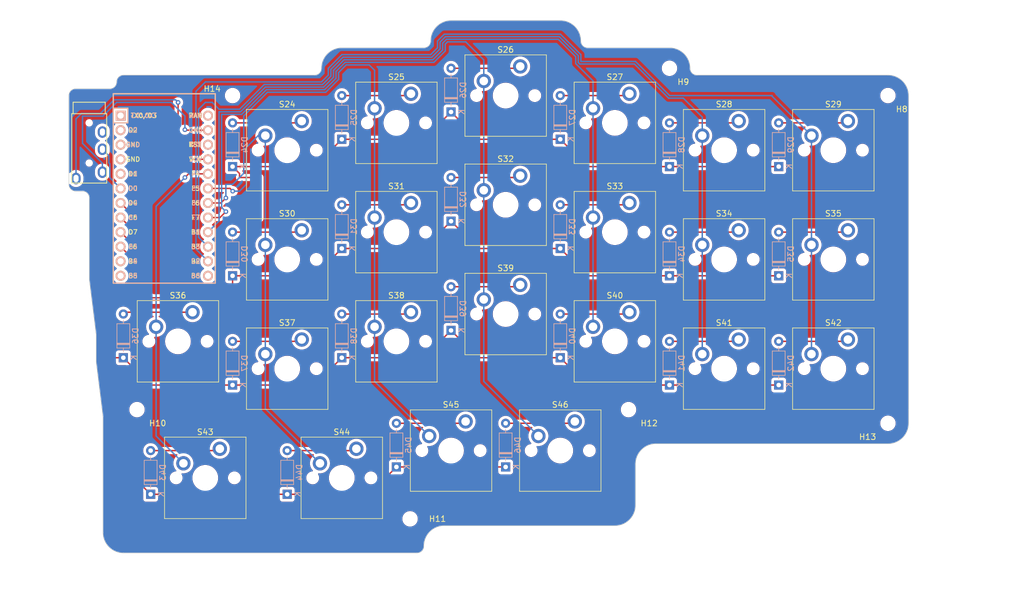
<source format=kicad_pcb>
(kicad_pcb (version 20221018) (generator pcbnew)
  (layers (0 "F.Cu" signal) (31 "B.Cu" signal) (34 "B.Paste" user) (35 "F.Paste" user) (36 "B.SilkS" user "B.Silkscreen") (37 "F.SilkS" user "F.Silkscreen") (38 "B.Mask" user) (39 "F.Mask" user) (44 "Edge.Cuts" user))
  (net 0 "")
  (net 1 "row_R0")
  (net 2 "Net-(D24-A)")
  (net 3 "Net-(D25-A)")
  (net 4 "Net-(D26-A)")
  (net 5 "Net-(D27-A)")
  (net 6 "Net-(D28-A)")
  (net 7 "Net-(D29-A)")
  (net 8 "row_R1")
  (net 9 "Net-(D30-A)")
  (net 10 "Net-(D31-A)")
  (net 11 "Net-(D32-A)")
  (net 12 "Net-(D33-A)")
  (net 13 "Net-(D34-A)")
  (net 14 "Net-(D35-A)")
  (net 15 "row_R2")
  (net 16 "Net-(D36-A)")
  (net 17 "Net-(D37-A)")
  (net 18 "Net-(D38-A)")
  (net 19 "Net-(D39-A)")
  (net 20 "Net-(D40-A)")
  (net 21 "Net-(D41-A)")
  (net 22 "Net-(D42-A)")
  (net 23 "row_R3")
  (net 24 "Net-(D43-A)")
  (net 25 "Net-(D44-A)")
  (net 26 "Net-(D45-A)")
  (net 27 "Net-(D46-A)")
  (net 28 "col_R1")
  (net 29 "col_R2")
  (net 30 "col_R3")
  (net 31 "col_R4")
  (net 32 "col_R5")
  (net 33 "col_R6")
  (net 34 "col_R0")
  (net 40 "SCL_R")
  (net 44 "VCC_R")
  (net 46 "GND_R")
  (footprint "ScottoKeebs_MX:MX_PCB_1.00u" (layer "F.Cu") (at 152.479375 54.76875)
    (fp_text reference "S32")
    (fp_text value "Keyswitch")
  )
  (footprint "ScottoKeebs_MX:MX_PCB_1.00u" (layer "F.Cu") (at 209.629375 64.29375)
    (fp_text reference "S35")
    (fp_text value "Keyswitch")
  )
  (footprint "ScottoKeebs_MX:MX_PCB_1.00u" (layer "F.Cu") (at 152.479375 35.71875)
    (fp_text reference "S26")
    (fp_text value "Keyswitch")
  )
  (footprint "ScottoKeebs_MX:MX_PCB_1.00u" (layer "F.Cu") (at 152.479375 73.81875)
    (fp_text reference "S39")
    (fp_text value "Keyswitch")
  )
  (footprint "ScottoKeebs_MX:MX_PCB_1.50u" (layer "F.Cu") (at 100.091875 102.39375)
    (fp_text reference "S43")
    (fp_text value "Keyswitch")
  )
  (footprint "MountingHole:MountingHole_2.2mm_M2" (layer "F.Cu") (at 88.185625 90.4875)
    (fp_text reference "H10")
    (fp_text value "Mounting_Hole")
  )
  (footprint "ScottoKeebs_Components:TRRS_PJ-320A" (layer "F.Cu") (at 79.85125 38.88125)
    (fp_text reference "U4")
    (fp_text value "TRRS")
  )
  (footprint "MountingHole:MountingHole_2.2mm_M2" (layer "F.Cu") (at 219.154375 92.86875)
    (fp_text reference "H13")
    (fp_text value "Mounting_Hole")
  )
  (footprint "MountingHole:MountingHole_2.2mm_M2" (layer "F.Cu") (at 219.154375 35.71875)
    (fp_text reference "H8")
    (fp_text value "Mounting_Hole")
  )
  (footprint "ScottoKeebs_MX:MX_PCB_1.00u" (layer "F.Cu") (at 190.579375 64.29375)
    (fp_text reference "S34")
    (fp_text value "Keyswitch")
  )
  (footprint "ScottoKeebs_MX:MX_PCB_1.00u" (layer "F.Cu") (at 114.379375 64.29375)
    (fp_text reference "S30")
    (fp_text value "Keyswitch")
  )
  (footprint "ScottoKeebs_MX:MX_PCB_1.00u" (layer "F.Cu") (at 190.579375 45.24375)
    (fp_text reference "S28")
    (fp_text value "Keyswitch")
  )
  (footprint "ScottoKeebs_MX:MX_PCB_1.00u" (layer "F.Cu") (at 142.954375 97.63125)
    (fp_text reference "S45")
    (fp_text value "Keyswitch")
  )
  (footprint "ScottoKeebs_MX:MX_PCB_1.00u" (layer "F.Cu") (at 190.579375 83.34375)
    (fp_text reference "S41")
    (fp_text value "Keyswitch")
  )
  (footprint "ScottoKeebs_MX:MX_PCB_1.00u" (layer "F.Cu") (at 209.629375 45.24375)
    (fp_text reference "S29")
    (fp_text value "Keyswitch")
  )
  (footprint "ScottoKeebs_MX:MX_PCB_1.00u" (layer "F.Cu") (at 123.904375 102.39375)
    (fp_text reference "S44")
    (fp_text value "Keyswitch")
  )
  (footprint "MountingHole:MountingHole_2.2mm_M2" (layer "F.Cu") (at 181.054375 30.95625)
    (fp_text reference "H9")
    (fp_text value "Mounting_Hole")
  )
  (footprint "ScottoKeebs_MX:MX_PCB_1.00u" (layer "F.Cu") (at 162.004375 97.63125)
    (fp_text reference "S46")
    (fp_text value "Keyswitch")
  )
  (footprint "ScottoKeebs_MX:MX_PCB_1.00u" (layer "F.Cu") (at 209.629375 83.34375)
    (fp_text reference "S42")
    (fp_text value "Keyswitch")
  )
  (footprint "ScottoKeebs_MX:MX_PCB_1.00u" (layer "F.Cu") (at 171.529375 78.58125)
    (fp_text reference "S40")
    (fp_text value "Keyswitch")
  )
  (footprint "ScottoKeebs_MX:MX_PCB_1.00u" (layer "F.Cu") (at 114.379375 83.34375)
    (fp_text reference "S37")
    (fp_text value "Keyswitch")
  )
  (footprint "ScottoKeebs_MX:MX_PCB_1.00u" (layer "F.Cu") (at 114.379375 45.24375)
    (fp_text reference "S24")
    (fp_text value "Keyswitch")
  )
  (footprint "ScottoKeebs_MX:MX_PCB_1.00u" (layer "F.Cu") (at 133.429375 40.48125)
    (fp_text reference "S25")
    (fp_text value "Keyswitch")
  )
  (footprint "MountingHole:MountingHole_2.2mm_M2" (layer "F.Cu") (at 135.810625 109.5375)
    (fp_text reference "H11")
    (fp_text value "Mounting_Hole")
  )
  (footprint "ScottoKeebs_MX:MX_PCB_1.00u" (layer "F.Cu") (at 171.529375 59.53125)
    (fp_text reference "S33")
    (fp_text value "Keyswitch")
  )
  (footprint "ScottoKeebs_MX:MX_PCB_1.00u" (layer "F.Cu") (at 133.429375 78.58125)
    (fp_text reference "S38")
    (fp_text value "Keyswitch")
  )
  (footprint "ScottoKeebs_MX:MX_PCB_1.00u" (layer "F.Cu") (at 95.329375 78.58125)
    (fp_text reference "S36")
    (fp_text value "Keyswitch")
  )
  (footprint "ScottoKeebs_MX:MX_PCB_1.00u" (layer "F.Cu") (at 133.429375 59.53125)
    (fp_text reference "S31")
    (fp_text value "Keyswitch")
  )
  (footprint "ScottoKeebs_MX:MX_PCB_1.00u" (layer "F.Cu") (at 171.529375 40.48125)
    (fp_text reference "S27")
    (fp_text value "Keyswitch")
  )
  (footprint "ScottoKeebs_MCU:Arduino_Pro_Micro" (layer "F.Cu") (at 92.948125 53.18125)
    (fp_text reference "U2" hide)
    (fp_text value "Arduino_Pro_Micro" hide)
  )
  (footprint "MountingHole:MountingHole_2.2mm_M2" (layer "F.Cu") (at 173.910625 90.4875)
    (fp_text reference "H12")
    (fp_text value "Mounting_Hole")
  )
  (footprint "MountingHole:MountingHole_2.2mm_M2" (layer "F.Cu") (at 104.854375 35.71875)
    (fp_text reference "H14")
    (fp_text value "Mounting_Hole")
  )
  (footprint "ScottoKeebs_Components:Diode_DO-35" (layer "B.Cu") (at 114.379375 105.25125 90)
    (fp_text reference "D44")
    (fp_text value "Diode")
  )
  (footprint "ScottoKeebs_Components:Diode_DO-35" (layer "B.Cu") (at 142.954375 38.57625 90)
    (fp_text reference "D26")
    (fp_text value "Diode")
  )
  (footprint "ScottoKeebs_Components:Diode_DO-35" (layer "B.Cu") (at 181.054375 48.10125 90)
    (fp_text reference "D28")
    (fp_text value "Diode")
  )
  (footprint "ScottoKeebs_Components:Diode_DO-35" (layer "B.Cu") (at 123.904375 43.33875 90)
    (fp_text reference "D25")
    (fp_text value "Diode")
  )
  (footprint "ScottoKeebs_Components:Diode_DO-35" (layer "B.Cu") (at 200.104375 67.15125 90)
    (fp_text reference "D35")
    (fp_text value "Diode")
  )
  (footprint "ScottoKeebs_Components:Diode_DO-35" (layer "B.Cu") (at 162.004375 43.33875 90)
    (fp_text reference "D27")
    (fp_text value "Diode")
  )
  (footprint "ScottoKeebs_Components:Diode_DO-35" (layer "B.Cu") (at 181.054375 67.15125 90)
    (fp_text reference "D34")
    (fp_text value "Diode")
  )
  (footprint "ScottoKeebs_Components:Diode_DO-35" (layer "B.Cu") (at 133.429375 100.48875 90)
    (fp_text reference "D45")
    (fp_text value "Diode")
  )
  (footprint "ScottoKeebs_Components:Diode_DO-35" (layer "B.Cu") (at 142.954375 76.67625 90)
    (fp_text reference "D39")
    (fp_text value "Diode")
  )
  (footprint "ScottoKeebs_Components:Diode_DO-35" (layer "B.Cu") (at 104.854375 86.20125 90)
    (fp_text reference "D37")
    (fp_text value "Diode")
  )
  (footprint "ScottoKeebs_Components:Diode_DO-35" (layer "B.Cu") (at 152.479375 100.48875 90)
    (fp_text reference "D46")
    (fp_text value "Diode")
  )
  (footprint "ScottoKeebs_Components:Diode_DO-35" (layer "B.Cu") (at 162.004375 81.43875 90)
    (fp_text reference "D40")
    (fp_text value "Diode")
  )
  (footprint "ScottoKeebs_Components:Diode_DO-35" (layer "B.Cu") (at 123.904375 62.38875 90)
    (fp_text reference "D31")
    (fp_text value "Diode")
  )
  (footprint "ScottoKeebs_Components:Diode_DO-35" (layer "B.Cu") (at 200.104375 86.20125 90)
    (fp_text reference "D42")
    (fp_text value "Diode")
  )
  (footprint "ScottoKeebs_Components:Diode_DO-35" (layer "B.Cu") (at 85.804375 81.43875 90)
    (fp_text reference "D36")
    (fp_text value "Diode")
  )
  (footprint "ScottoKeebs_Components:Diode_DO-35" (layer "B.Cu") (at 162.004375 62.38875 90)
    (fp_text reference "D33")
    (fp_text value "Diode")
  )
  (footprint "ScottoKeebs_Components:Diode_DO-35" (layer "B.Cu") (at 104.854375 67.15125 90)
    (fp_text reference "D30")
    (fp_text value "Diode")
  )
  (footprint "ScottoKeebs_Components:Diode_DO-35" (layer "B.Cu") (at 123.904375 81.43875 90)
    (fp_text reference "D38")
    (fp_text value "Diode")
  )
  (footprint "ScottoKeebs_Components:Diode_DO-35" (layer "B.Cu") (at 142.954375 57.62625 90)
    (fp_text reference "D32")
    (fp_text value "Diode")
  )
  (footprint "ScottoKeebs_Components:Diode_DO-35" (layer "B.Cu") (at 181.054375 86.20125 90)
    (fp_text reference "D41")
    (fp_text value "Diode")
  )
  (footprint "ScottoKeebs_Components:Diode_DO-35" (layer "B.Cu") (at 90.566875 105.25125 90)
    (fp_text reference "D43")
    (fp_text value "Diode")
  )
  (footprint "ScottoKeebs_Components:Diode_DO-35" (layer "B.Cu") (at 104.854375 48.10125 90)
    (fp_text reference "D24")
    (fp_text value "Diode")
  )
  (footprint "ScottoKeebs_Components:Diode_DO-35" (layer "B.Cu") (at 200.104375 48.10125 90)
    (fp_text reference "D29")
    (fp_text value "Diode")
  )
  (gr_line (start 85.827888 32.146875) (end 119.165388 32.146875) (stroke (width 0.1)) (layer "Edge.Cuts"))
  (gr_line (start 76.302888 41.671875) (end 76.302888 35.71875) (stroke (width 0.1)) (layer "Edge.Cuts"))
  (gr_line (start 222.749763 90.4875) (end 222.749763 35.71875) (stroke (width 0.1)) (layer "Edge.Cuts"))
  (gr_line (start 76.302888 41.671875) (end 76.302888 51.196875) (stroke (width 0.1)) (layer "Edge.Cuts"))
  (gr_line (start 175.124763 107.15625) (end 175.124763 100.0125) (stroke (width 0.1)) (layer "Edge.Cuts"))
  (gr_arc (start 175.124763 100.0125) (mid 176.17096 97.486844) (end 178.696638 96.440625) (stroke (width 0.1)) (layer "Edge.Cuts"))
  (gr_line (start 82.256013 91.678125) (end 81.065388 82.153125) (stroke (width 0.1)) (layer "Edge.Cuts"))
  (gr_arc (start 138.215388 114.3) (mid 139.261551 111.774288) (end 141.787263 110.728125) (stroke (width 0.1)) (layer "Edge.Cuts"))
  (gr_arc (start 85.827888 115.490625) (mid 83.302207 114.444438) (end 82.256013 111.91875) (stroke (width 0.1)) (layer "Edge.Cuts"))
  (gr_line (start 77.493513 34.528125) (end 83.446638 34.528125) (stroke (width 0.1)) (layer "Edge.Cuts"))
  (gr_arc (start 78.684138 52.3875) (mid 79.52603 52.736233) (end 79.874763 53.578125) (stroke (width 0.1)) (layer "Edge.Cuts"))
  (gr_arc (start 219.177888 32.146875) (mid 221.703601 33.193044) (end 222.749763 35.71875) (stroke (width 0.1)) (layer "Edge.Cuts"))
  (gr_line (start 81.065388 77.390625) (end 79.874763 67.865625) (stroke (width 0.1)) (layer "Edge.Cuts"))
  (gr_arc (start 138.215388 114.3) (mid 137.866647 115.141884) (end 137.024763 115.490625) (stroke (width 0.1)) (layer "Edge.Cuts"))
  (gr_line (start 142.977888 22.621875) (end 162.027888 22.621875) (stroke (width 0.1)) (layer "Edge.Cuts"))
  (gr_line (start 185.840388 32.146875) (end 219.177888 32.146875) (stroke (width 0.1)) (layer "Edge.Cuts"))
  (gr_arc (start 162.027888 22.621875) (mid 164.553601 23.668044) (end 165.599763 26.19375) (stroke (width 0.1)) (layer "Edge.Cuts"))
  (gr_arc (start 139.406013 26.19375) (mid 139.057285 27.03564) (end 138.215388 27.384375) (stroke (width 0.1)) (layer "Edge.Cuts"))
  (gr_arc (start 77.493513 52.3875) (mid 76.651605 52.038776) (end 76.302888 51.196875) (stroke (width 0.1)) (layer "Edge.Cuts"))
  (gr_line (start 123.927888 27.384375) (end 126.309138 27.384375) (stroke (width 0.1)) (layer "Edge.Cuts"))
  (gr_line (start 85.827888 115.490625) (end 137.024763 115.490625) (stroke (width 0.1)) (layer "Edge.Cuts"))
  (gr_line (start 141.787263 110.728125) (end 171.552888 110.728125) (stroke (width 0.1)) (layer "Edge.Cuts"))
  (gr_arc (start 181.077888 27.384375) (mid 183.603601 28.430544) (end 184.649763 30.95625) (stroke (width 0.1)) (layer "Edge.Cuts"))
  (gr_line (start 77.493513 52.3875) (end 78.684138 52.3875) (stroke (width 0.1)) (layer "Edge.Cuts"))
  (gr_line (start 82.256013 91.678125) (end 82.256013 111.91875) (stroke (width 0.1)) (layer "Edge.Cuts"))
  (gr_line (start 126.309138 27.384375) (end 138.215388 27.384375) (stroke (width 0.1)) (layer "Edge.Cuts"))
  (gr_arc (start 76.302888 35.71875) (mid 76.651643 34.87688) (end 77.493513 34.528125) (stroke (width 0.1)) (layer "Edge.Cuts"))
  (gr_arc (start 84.637263 33.3375) (mid 84.288521 34.179376) (end 83.446638 34.528125) (stroke (width 0.1)) (layer "Edge.Cuts"))
  (gr_line (start 181.077888 96.440625) (end 219.177888 96.440625) (stroke (width 0.1)) (layer "Edge.Cuts"))
  (gr_arc (start 120.356013 30.95625) (mid 121.402189 28.430544) (end 123.927888 27.384375) (stroke (width 0.1)) (layer "Edge.Cuts"))
  (gr_line (start 166.790388 27.384375) (end 181.077888 27.384375) (stroke (width 0.1)) (layer "Edge.Cuts"))
  (gr_arc (start 222.749763 92.86875) (mid 221.703584 95.394438) (end 219.177888 96.440625) (stroke (width 0.1)) (layer "Edge.Cuts"))
  (gr_line (start 222.749763 92.86875) (end 222.749763 90.4875) (stroke (width 0.1)) (layer "Edge.Cuts"))
  (gr_arc (start 185.840388 32.146875) (mid 184.998505 31.79814) (end 184.649763 30.95625) (stroke (width 0.1)) (layer "Edge.Cuts"))
  (gr_line (start 79.874763 53.578125) (end 79.874763 67.865625) (stroke (width 0.1)) (layer "Edge.Cuts"))
  (gr_arc (start 84.637263 33.3375) (mid 84.985976 32.495595) (end 85.827888 32.146875) (stroke (width 0.1)) (layer "Edge.Cuts"))
  (gr_arc (start 120.356013 30.95625) (mid 120.007285 31.79814) (end 119.165388 32.146875) (stroke (width 0.1)) (layer "Edge.Cuts"))
  (gr_arc (start 139.406013 26.19375) (mid 140.452189 23.668044) (end 142.977888 22.621875) (stroke (width 0.1)) (layer "Edge.Cuts"))
  (gr_line (start 178.696638 96.440625) (end 181.077888 96.440625) (stroke (width 0.1)) (layer "Edge.Cuts"))
  (gr_line (start 81.065388 82.153125) (end 81.065388 77.390625) (stroke (width 0.1)) (layer "Edge.Cuts"))
  (gr_arc (start 166.790388 27.384375) (mid 165.948505 27.03564) (end 165.599763 26.19375) (stroke (width 0.1)) (layer "Edge.Cuts"))
  (gr_arc (start 175.124763 107.15625) (mid 174.078584 109.681938) (end 171.552888 110.728125) (stroke (width 0.1)) (layer "Edge.Cuts"))
  (segment (start 102.31375 59.714138) (end 104.877888 57.15) (width 0.25) (layer "F.Cu") (net 1))
  (segment (start 88.368513 68.579229) (end 90.776784 70.9875) (width 0.25) (layer "F.Cu") (net 1))
  (segment (start 181.054375 48.10125) (end 166.766875 48.10125) (width 0.25) (layer "F.Cu") (net 1))
  (segment (start 138.191875 43.33875) (end 123.904375 43.33875) (width 0.25) (layer "F.Cu") (net 1))
  (segment (start 102.31375 70.9875) (end 102.31375 59.714138) (width 0.25) (layer "F.Cu") (net 1))
  (segment (start 104.877888 57.15) (end 109.640388 57.15) (width 0.25) (layer "F.Cu") (net 1))
  (segment (start 85.328125 54.45125) (end 88.368513 57.491638) (width 0.25) (layer "F.Cu") (net 1))
  (segment (start 109.640388 57.15) (end 109.640388 50.00625) (width 0.25) (layer "F.Cu") (net 1))
  (segment (start 109.640388 50.00625) (end 106.068513 50.00625) (width 0.25) (layer "F.Cu") (net 1))
  (segment (start 147.716875 43.33875) (end 142.954375 38.57625) (width 0.25) (layer "F.Cu") (net 1))
  (segment (start 142.954375 38.57625) (end 138.191875 43.33875) (width 0.25) (layer "F.Cu") (net 1))
  (segment (start 200.104375 48.10125) (end 181.054375 48.10125) (width 0.25) (layer "F.Cu") (net 1))
  (segment (start 106.068513 49.315388) (end 104.854375 48.10125) (width 0.25) (layer "F.Cu") (net 1))
  (segment (start 166.766875 48.10125) (end 162.004375 43.33875) (width 0.25) (layer "F.Cu") (net 1))
  (segment (start 88.368513 57.491638) (end 88.368513 68.579229) (width 0.25) (layer "F.Cu") (net 1))
  (segment (start 162.004375 43.33875) (end 147.716875 43.33875) (width 0.25) (layer "F.Cu") (net 1))
  (segment (start 123.904375 43.33875) (end 119.141875 48.10125) (width 0.25) (layer "F.Cu") (net 1))
  (segment (start 106.068513 50.00625) (end 106.068513 49.315388) (width 0.25) (layer "F.Cu") (net 1))
  (segment (start 90.776784 70.9875) (end 102.31375 70.9875) (width 0.25) (layer "F.Cu") (net 1))
  (segment (start 119.141875 48.10125) (end 104.854375 48.10125) (width 0.25) (layer "F.Cu") (net 1))
  (segment (start 116.601875 40.48125) (end 116.919375 40.16375) (width 0.25) (layer "F.Cu") (net 2))
  (segment (start 104.854375 40.48125) (end 116.601875 40.48125) (width 0.25) (layer "F.Cu") (net 2))
  (segment (start 135.651875 35.71875) (end 135.969375 35.40125) (width 0.25) (layer "F.Cu") (net 3))
  (segment (start 123.904375 35.71875) (end 135.651875 35.71875) (width 0.25) (layer "F.Cu") (net 3))
  (segment (start 154.701875 30.95625) (end 155.019375 30.63875) (width 0.25) (layer "F.Cu") (net 4))
  (segment (start 142.954375 30.95625) (end 154.701875 30.95625) (width 0.25) (layer "F.Cu") (net 4))
  (segment (start 173.751875 35.71875) (end 174.069375 35.40125) (width 0.25) (layer "F.Cu") (net 5))
  (segment (start 162.004375 35.71875) (end 173.751875 35.71875) (width 0.25) (layer "F.Cu") (net 5))
  (segment (start 192.801875 40.48125) (end 193.119375 40.16375) (width 0.25) (layer "F.Cu") (net 6))
  (segment (start 181.054375 40.48125) (end 192.801875 40.48125) (width 0.25) (layer "F.Cu") (net 6))
  (segment (start 200.104375 40.48125) (end 211.851875 40.48125) (width 0.25) (layer "F.Cu") (net 7))
  (segment (start 211.851875 40.48125) (end 212.169375 40.16375) (width 0.25) (layer "F.Cu") (net 7))
  (segment (start 104.877888 71.4375) (end 90.590388 71.4375) (width 0.25) (layer "F.Cu") (net 8))
  (segment (start 181.054375 67.15125) (end 166.766875 67.15125) (width 0.25) (layer "F.Cu") (net 8))
  (segment (start 166.766875 67.15125) (end 162.004375 62.38875) (width 0.25) (layer "F.Cu") (net 8))
  (segment (start 119.141875 67.15125) (end 104.854375 67.15125) (width 0.25) (layer "F.Cu") (net 8))
  (segment (start 87.918513 59.581638) (end 85.328125 56.99125) (width 0.25) (layer "F.Cu") (net 8))
  (segment (start 104.854375 67.15125) (end 104.854375 71.413987) (width 0.25) (layer "F.Cu") (net 8))
  (segment (start 104.854375 71.413987) (end 104.877888 71.4375) (width 0.25) (layer "F.Cu") (net 8))
  (segment (start 162.004375 62.38875) (end 147.716875 62.38875) (width 0.25) (layer "F.Cu") (net 8))
  (segment (start 123.904375 62.38875) (end 119.141875 67.15125) (width 0.25) (layer "F.Cu") (net 8))
  (segment (start 200.104375 67.15125) (end 181.054375 67.15125) (width 0.25) (layer "F.Cu") (net 8))
  (segment (start 142.954375 57.62625) (end 138.191875 62.38875) (width 0.25) (layer "F.Cu") (net 8))
  (segment (start 87.918513 68.765625) (end 87.918513 59.581638) (width 0.25) (layer "F.Cu") (net 8))
  (segment (start 147.716875 62.38875) (end 142.954375 57.62625) (width 0.25) (layer "F.Cu") (net 8))
  (segment (start 138.191875 62.38875) (end 123.904375 62.38875) (width 0.25) (layer "F.Cu") (net 8))
  (segment (start 90.590388 71.4375) (end 87.918513 68.765625) (width 0.25) (layer "F.Cu") (net 8))
  (segment (start 116.601875 59.53125) (end 116.919375 59.21375) (width 0.25) (layer "F.Cu") (net 9))
  (segment (start 104.854375 59.53125) (end 116.601875 59.53125) (width 0.25) (layer "F.Cu") (net 9))
  (segment (start 135.651875 54.76875) (end 135.969375 54.45125) (width 0.25) (layer "F.Cu") (net 10))
  (segment (start 123.904375 54.76875) (end 135.651875 54.76875) (width 0.25) (layer "F.Cu") (net 10))
  (segment (start 142.954375 50.00625) (end 154.701875 50.00625) (width 0.25) (layer "F.Cu") (net 11))
  (segment (start 154.701875 50.00625) (end 155.019375 49.68875) (width 0.25) (layer "F.Cu") (net 11))
  (segment (start 162.004375 54.76875) (end 173.751875 54.76875) (width 0.25) (layer "F.Cu") (net 12))
  (segment (start 173.751875 54.76875) (end 174.069375 54.45125) (width 0.25) (layer "F.Cu") (net 12))
  (segment (start 192.801875 59.53125) (end 193.119375 59.21375) (width 0.25) (layer "F.Cu") (net 13))
  (segment (start 181.054375 59.53125) (end 192.801875 59.53125) (width 0.25) (layer "F.Cu") (net 13))
  (segment (start 211.851875 59.53125) (end 212.169375 59.21375) (width 0.25) (layer "F.Cu") (net 14))
  (segment (start 200.104375 59.53125) (end 211.851875 59.53125) (width 0.25) (layer "F.Cu") (net 14))
  (segment (start 85.804375 81.43875) (end 84.372888 81.43875) (width 0.25) (layer "F.Cu") (net 15))
  (segment (start 83.896638 80.9625) (end 83.896638 72.814521) (width 0.25) (layer "F.Cu") (net 15))
  (segment (start 90.566875 86.20125) (end 85.804375 81.43875) (width 0.25) (layer "F.Cu") (net 15))
  (segment (start 83.896638 72.814521) (end 87.468513 69.242646) (width 0.25) (layer "F.Cu") (net 15))
  (segment (start 87.468513 69.242646) (end 87.468513 61.671638) (width 0.25) (layer "F.Cu") (net 15))
  (segment (start 119.141875 86.20125) (end 104.854375 86.20125) (width 0.25) (layer "F.Cu") (net 15))
  (segment (start 138.191875 81.43875) (end 123.904375 81.43875) (width 0.25) (layer "F.Cu") (net 15))
  (segment (start 200.104375 86.20125) (end 181.054375 86.20125) (width 0.25) (layer "F.Cu") (net 15))
  (segment (start 87.468513 61.671638) (end 85.328125 59.53125) (width 0.25) (layer "F.Cu") (net 15))
  (segment (start 162.004375 81.43875) (end 147.716875 81.43875) (width 0.25) (layer "F.Cu") (net 15))
  (segment (start 147.716875 81.43875) (end 142.954375 76.67625) (width 0.25) (layer "F.Cu") (net 15))
  (segment (start 123.904375 81.43875) (end 119.141875 86.20125) (width 0.25) (layer "F.Cu") (net 15))
  (segment (start 142.954375 76.67625) (end 138.191875 81.43875) (width 0.25) (layer "F.Cu") (net 15))
  (segment (start 181.054375 86.20125) (end 166.766875 86.20125) (width 0.25) (layer "F.Cu") (net 15))
  (segment (start 84.372888 81.43875) (end 83.896638 80.9625) (width 0.25) (layer "F.Cu") (net 15))
  (segment (start 166.766875 86.20125) (end 162.004375 81.43875) (width 0.25) (layer "F.Cu") (net 15))
  (segment (start 104.854375 86.20125) (end 90.566875 86.20125) (width 0.25) (layer "F.Cu") (net 15))
  (segment (start 86.121875 73.50125) (end 85.804375 73.81875) (width 0.25) (layer "F.Cu") (net 16))
  (segment (start 97.869375 73.50125) (end 86.121875 73.50125) (width 0.25) (layer "F.Cu") (net 16))
  (segment (start 116.601875 78.58125) (end 116.919375 78.26375) (width 0.25) (layer "F.Cu") (net 17))
  (segment (start 104.854375 78.58125) (end 116.601875 78.58125) (width 0.25) (layer "F.Cu") (net 17))
  (segment (start 135.651875 73.81875) (end 135.969375 73.50125) (width 0.25) (layer "F.Cu") (net 18))
  (segment (start 123.904375 73.81875) (end 135.651875 73.81875) (width 0.25) (layer "F.Cu") (net 18))
  (segment (start 142.954375 69.05625) (end 154.701875 69.05625) (width 0.25) (layer "F.Cu") (net 19))
  (segment (start 154.701875 69.05625) (end 155.019375 68.73875) (width 0.25) (layer "F.Cu") (net 19))
  (segment (start 162.004375 73.81875) (end 173.751875 73.81875) (width 0.25) (layer "F.Cu") (net 20))
  (segment (start 173.751875 73.81875) (end 174.069375 73.50125) (width 0.25) (layer "F.Cu") (net 20))
  (segment (start 192.801875 78.58125) (end 193.119375 78.26375) (width 0.25) (layer "F.Cu") (net 21))
  (segment (start 181.054375 78.58125) (end 192.801875 78.58125) (width 0.25) (layer "F.Cu") (net 21))
  (segment (start 211.851875 78.58125) (end 212.169375 78.26375) (width 0.25) (layer "F.Cu") (net 22))
  (segment (start 200.104375 78.58125) (end 211.851875 78.58125) (width 0.25) (layer "F.Cu") (net 22))
  (segment (start 87.018513 63.761638) (end 85.328125 62.07125) (width 0.25) (layer "F.Cu") (net 23))
  (segment (start 90.566875 105.25125) (end 114.379375 105.25125) (width 0.25) (layer "F.Cu") (net 23))
  (segment (start 87.018513 69.05625) (end 87.018513 63.761638) (width 0.25) (layer "F.Cu") (net 23))
  (segment (start 90.566875 105.25125) (end 83.446638 98.131013) (width 0.25) (layer "F.Cu") (net 23))
  (segment (start 133.429375 100.48875) (end 128.666875 105.25125) (width 0.25) (layer "F.Cu") (net 23))
  (segment (start 83.446638 72.628125) (end 87.018513 69.05625) (width 0.25) (layer "F.Cu") (net 23))
  (segment (start 128.666875 105.25125) (end 114.379375 105.25125) (width 0.25) (layer "F.Cu") (net 23))
  (segment (start 152.479375 100.48875) (end 133.429375 100.48875) (width 0.25) (layer "F.Cu") (net 23))
  (segment (start 83.446638 98.131013) (end 83.446638 72.628125) (width 0.25) (layer "F.Cu") (net 23))
  (segment (start 90.566875 97.63125) (end 102.314375 97.63125) (width 0.25) (layer "F.Cu") (net 24))
  (segment (start 102.314375 97.63125) (end 102.631875 97.31375) (width 0.25) (layer "F.Cu") (net 24))
  (segment (start 114.379375 97.63125) (end 126.126875 97.63125) (width 0.25) (layer "F.Cu") (net 25))
  (segment (start 126.126875 97.63125) (end 126.444375 97.31375) (width 0.25) (layer "F.Cu") (net 25))
  (segment (start 133.429375 92.86875) (end 145.176875 92.86875) (width 0.25) (layer "F.Cu") (net 26))
  (segment (start 145.176875 92.86875) (end 145.494375 92.55125) (width 0.25) (layer "F.Cu") (net 26))
  (segment (start 164.226875 92.86875) (end 164.544375 92.55125) (width 0.25) (layer "F.Cu") (net 27))
  (segment (start 152.479375 92.86875) (end 164.226875 92.86875) (width 0.25) (layer "F.Cu") (net 27))
  (segment (start 104.401638 51.91125) (end 100.568125 51.91125) (width 0.25) (layer "F.Cu") (net 28))
  (segment (start 104.877888 52.3875) (end 104.401638 51.91125) (width 0.25) (layer "F.Cu") (net 28))
  (via (at 104.877888 52.3875) (size 0.8) (drill 0.4) (layers "F.Cu" "B.Cu") (net 28))
  (segment (start 107.259138 51.196875) (end 106.068513 52.3875) (width 0.25) (layer "B.Cu") (net 28))
  (segment (start 110.569375 42.70375) (end 109.319375 42.70375) (width 0.25) (layer "B.Cu") (net 28))
  (segment (start 107.259138 45.24375) (end 107.259138 51.196875) (width 0.25) (layer "B.Cu") (net 28))
  (segment (start 120.094375 99.85375) (end 110.569375 90.32875) (width 0.25) (layer "B.Cu") (net 28))
  (segment (start 110.569375 42.70375) (end 110.569375 80.80375) (width 0.25) (layer "B.Cu") (net 28))
  (segment (start 109.319375 42.70375) (end 107.259138 44.763987) (width 0.25) (layer "B.Cu") (net 28))
  (segment (start 110.569375 90.32875) (end 110.569375 80.80375) (width 0.25) (layer "B.Cu") (net 28))
  (segment (start 107.259138 44.763987) (end 107.259138 45.24375) (width 0.25) (layer "B.Cu") (net 28))
  (segment (start 106.068513 52.3875) (end 104.877888 52.3875) (width 0.25) (layer "B.Cu") (net 28))
  (segment (start 103.687263 53.578125) (end 102.814138 54.45125) (width 0.25) (layer "F.Cu") (net 29))
  (segment (start 102.814138 54.45125) (end 100.568125 54.45125) (width 0.25) (layer "F.Cu") (net 29))
  (via (at 103.687263 53.578125) (size 0.8) (drill 0.4) (layers "F.Cu" "B.Cu") (net 29))
  (segment (start 129.619375 31.303987) (end 128.690388 30.375) (width 0.25) (layer "B.Cu") (net 29))
  (segment (start 129.619375 37.94125) (end 129.619375 76.04125) (width 0.25) (layer "B.Cu") (net 29))
  (segment (start 110.940201 35.1375) (end 109.404357 36.673344) (width 0.25) (layer "B.Cu") (net 29))
  (segment (start 106.809138 39.268563) (end 106.809138 49.265625) (width 0.25) (layer "B.Cu") (net 29))
  (segment (start 139.144375 95.09125) (end 129.619375 85.56625) (width 0.25) (layer "B.Cu") (net 29))
  (segment (start 116.784138 35.1375) (end 112.021638 35.1375) (width 0.25) (layer "B.Cu") (net 29))
  (segment (start 106.809138 49.265625) (end 104.877888 51.196875) (width 0.25) (layer "B.Cu") (net 29))
  (segment (start 124.673472 30.375) (end 123.346638 31.701834) (width 0.25) (layer "B.Cu") (net 29))
  (segment (start 128.690388 30.375) (end 124.673472 30.375) (width 0.25) (layer "B.Cu") (net 29))
  (segment (start 109.404357 36.673344) (end 106.809138 39.268563) (width 0.25) (layer "B.Cu") (net 29))
  (segment (start 123.346638 32.892459) (end 121.101597 35.1375) (width 0.25) (layer "B.Cu") (net 29))
  (segment (start 112.021638 35.1375) (end 110.940201 35.1375) (width 0.25) (layer "B.Cu") (net 29))
  (segment (start 103.687263 51.196875) (end 103.687263 53.578125) (width 0.25) (layer "B.Cu") (net 29))
  (segment (start 104.877888 51.196875) (end 103.687263 51.196875) (width 0.25) (layer "B.Cu") (net 29))
  (segment (start 129.619375 85.56625) (end 129.619375 76.04125) (width 0.25) (layer "B.Cu") (net 29))
  (segment (start 121.101597 35.1375) (end 116.784138 35.1375) (width 0.25) (layer "B.Cu") (net 29))
  (segment (start 129.619375 37.94125) (end 129.619375 31.303987) (width 0.25) (layer "B.Cu") (net 29))
  (segment (start 123.346638 31.701834) (end 123.346638 32.892459) (width 0.25) (layer "B.Cu") (net 29))
  (segment (start 102.655388 56.99125) (end 100.568125 56.99125) (width 0.25) (layer "F.Cu") (net 30))
  (segment (start 103.687263 55.959375) (end 102.655388 56.99125) (width 0.25) (layer "F.Cu") (net 30))
  (via (at 103.687263 55.959375) (size 0.8) (drill 0.4) (layers "F.Cu" "B.Cu") (net 30))
  (segment (start 148.669375 33.17875) (end 148.669375 29.503987) (width 0.25) (layer "B.Cu") (net 30))
  (segment (start 107.300221 38.141084) (end 106.441305 39) (width 0.25) (layer "B.Cu") (net 30))
  (segment (start 146.549763 27.384375) (end 145.518513 26.353125) (width 0.25) (layer "B.Cu") (net 30))
  (segment (start 110.753805 34.6875) (end 107.300221 38.141084) (width 0.25) (layer "B.Cu") (net 30))
  (segment (start 139.592409 29.925) (end 125.118513 29.925) (width 0.25) (layer "B.Cu") (net 30))
  (segment (start 148.669375 33.17875) (end 148.669375 71.27875) (width 0.25) (layer "B.Cu") (net 30))
  (segment (start 122.896638 32.706063) (end 120.915201 34.6875) (width 0.25) (layer "B.Cu") (net 30))
  (segment (start 102.946638 39) (end 102.946638 55.21875) (width 0.25) (layer "B.Cu") (net 30))
  (segment (start 139.965201 29.925) (end 139.592409 29.925) (width 0.25) (layer "B.Cu") (net 30))
  (segment (start 141.946638 27.943563) (end 139.965201 29.925) (width 0.25) (layer "B.Cu") (net 30))
  (segment (start 148.669375 29.503987) (end 146.549763 27.384375) (width 0.25) (layer "B.Cu") (net 30))
  (segment (start 148.669375 85.56625) (end 148.669375 71.27875) (width 0.25) (layer "B.Cu") (net 30))
  (segment (start 124.487076 29.925) (end 122.896638 31.515438) (width 0.25) (layer "B.Cu") (net 30))
  (segment (start 125.118513 29.925) (end 124.487076 29.925) (width 0.25) (layer "B.Cu") (net 30))
  (segment (start 120.915201 34.6875) (end 115.593513 34.6875) (width 0.25) (layer "B.Cu") (net 30))
  (segment (start 145.518513 26.353125) (end 142.346451 26.353125) (width 0.25) (layer "B.Cu") (net 30))
  (segment (start 102.946638 55.21875) (end 103.687263 55.959375) (width 0.25) (layer "B.Cu") (net 30))
  (segment (start 158.194375 95.09125) (end 148.669375 85.56625) (width 0.25) (layer "B.Cu") (net 30))
  (segment (start 141.946638 26.752938) (end 141.946638 27.943563) (width 0.25) (layer "B.Cu") (net 30))
  (segment (start 122.896638 31.515438) (end 122.896638 32.706063) (width 0.25) (layer "B.Cu") (net 30))
  (segment (start 106.441305 39) (end 102.946638 39) (width 0.25) (layer "B.Cu") (net 30))
  (segment (start 142.346451 26.353125) (end 141.946638 26.752938) (width 0.25) (layer "B.Cu") (net 30))
  (segment (start 115.593513 34.6875) (end 110.753805 34.6875) (width 0.25) (layer "B.Cu") (net 30))
  (segment (start 122.446638 31.329042) (end 122.446638 32.519667) (width 0.25) (layer "B.Cu") (net 31))
  (segment (start 167.719375 33.158029) (end 164.699763 30.138417) (width 0.25) (layer "B.Cu") (net 31))
  (segment (start 164.699763 28.947792) (end 161.655096 25.903125) (width 0.25) (layer "B.Cu") (net 31))
  (segment (start 161.655096 25.903125) (end 142.160055 25.903125) (width 0.25) (layer "B.Cu") (net 31))
  (segment (start 164.699763 30.138417) (end 164.699763 28.947792) (width 0.25) (layer "B.Cu") (net 31))
  (segment (start 142.160055 25.903125) (end 141.496638 26.566542) (width 0.25) (layer "B.Cu") (net 31))
  (segment (start 141.496638 27.757167) (end 139.778805 29.475) (width 0.25) (layer "B.Cu") (net 31))
  (segment (start 110.567409 34.2375) (end 106.254909 38.55) (width 0.25) (layer "B.Cu") (net 31))
  (segment (start 120.728805 34.2375) (end 110.567409 34.2375) (width 0.25) (layer "B.Cu") (net 31))
  (segment (start 102.496638 57.602737) (end 100.568125 59.53125) (width 0.25) (layer "B.Cu") (net 31))
  (segment (start 139.778805 29.475) (end 124.30068 29.475) (width 0.25) (layer "B.Cu") (net 31))
  (segment (start 122.446638 32.519667) (end 120.728805 34.2375) (width 0.25) (layer "B.Cu") (net 31))
  (segment (start 102.496638 38.55) (end 102.496638 57.602737) (width 0.25) (layer "B.Cu") (net 31))
  (segment (start 167.719375 37.94125) (end 167.719375 33.158029) (width 0.25) (layer "B.Cu") (net 31))
  (segment (start 141.496638 26.566542) (end 141.496638 27.757167) (width 0.25) (layer "B.Cu") (net 31))
  (segment (start 167.719375 37.94125) (end 167.719375 76.04125) (width 0.25) (layer "B.Cu") (net 31))
  (segment (start 124.30068 29.475) (end 122.446638 31.329042) (width 0.25) (layer "B.Cu") (net 31))
  (segment (start 106.254909 38.55) (end 102.496638 38.55) (width 0.25) (layer "B.Cu") (net 31))
  (segment (start 141.046638 26.380146) (end 141.046638 27.570771) (width 0.25) (layer "B.Cu") (net 32))
  (segment (start 161.841492 25.453125) (end 141.973659 25.453125) (width 0.25) (layer "B.Cu") (net 32))
  (segment (start 100.115388 36.909375) (end 98.924763 38.1) (width 0.25) (layer "B.Cu") (net 32))
  (segment (start 186.769375 42.70375) (end 186.769375 39.478987) (width 0.25) (layer "B.Cu") (net 32))
  (segment (start 165.149763 28.761396) (end 161.841492 25.453125) (width 0.25) (layer "B.Cu") (net 32))
  (segment (start 180.891492 36.16875) (end 174.938367 30.215625) (width 0.25) (layer "B.Cu") (net 32))
  (segment (start 186.769375 39.478987) (end 183.459138 36.16875) (width 0.25) (layer "B.Cu") (net 32))
  (segment (start 110.381013 33.7875) (end 106.068513 38.1) (width 0.25) (layer "B.Cu") (net 32))
  (segment (start 106.068513 38.1) (end 102.496638 38.1) (width 0.25) (layer "B.Cu") (net 32))
  (segment (start 101.306013 36.909375) (end 100.115388 36.909375) (width 0.25) (layer "B.Cu") (net 32))
  (segment (start 174.938367 30.215625) (end 165.413367 30.215625) (width 0.25) (layer "B.Cu") (net 32))
  (segment (start 102.496638 38.1) (end 101.306013 36.909375) (width 0.25) (layer "B.Cu") (net 32))
  (segment (start 121.996638 32.333271) (end 120.542409 33.7875) (width 0.25) (layer "B.Cu") (net 32))
  (segment (start 186.769375 42.70375) (end 186.769375 80.80375) (width 0.25) (layer "B.Cu") (net 32))
  (segment (start 120.542409 33.7875) (end 110.381013 33.7875) (width 0.25) (layer "B.Cu") (net 32))
  (segment (start 139.592409 29.025) (end 124.114284 29.025) (width 0.25) (layer "B.Cu") (net 32))
  (segment (start 141.046638 27.570771) (end 139.592409 29.025) (width 0.25) (layer "B.Cu") (net 32))
  (segment (start 124.114284 29.025) (end 121.996638 31.142646) (width 0.25) (layer "B.Cu") (net 32))
  (segment (start 141.973659 25.453125) (end 141.046638 26.380146) (width 0.25) (layer "B.Cu") (net 32))
  (segment (start 165.413367 30.215625) (end 165.149763 29.952021) (width 0.25) (layer "B.Cu") (net 32))
  (segment (start 98.924763 60.427888) (end 100.568125 62.07125) (width 0.25) (layer "B.Cu") (net 32))
  (segment (start 165.149763 29.952021) (end 165.149763 28.761396) (width 0.25) (layer "B.Cu") (net 32))
  (segment (start 98.924763 38.1) (end 98.924763 60.427888) (width 0.25) (layer "B.Cu") (net 32))
  (segment (start 183.459138 36.16875) (end 180.891492 36.16875) (width 0.25) (layer "B.Cu") (net 32))
  (segment (start 121.996638 31.142646) (end 121.996638 32.333271) (width 0.25) (layer "B.Cu") (net 32))
  (segment (start 205.819375 42.70375) (end 198.937263 35.821638) (width 0.25) (layer "B.Cu") (net 33))
  (segment (start 198.937263 35.71875) (end 181.077888 35.71875) (width 0.25) (layer "B.Cu") (net 33))
  (segment (start 181.077888 35.71875) (end 175.124763 29.765625) (width 0.25) (layer "B.Cu") (net 33))
  (segment (start 175.124763 29.765625) (end 165.599763 29.765625) (width 0.25) (layer "B.Cu") (net 33))
  (segment (start 165.599763 29.765625) (end 165.599763 28.575) (width 0.25) (layer "B.Cu") (net 33))
  (segment (start 162.027888 25.003125) (end 141.787263 25.003125) (width 0.25) (layer "B.Cu") (net 33))
  (segment (start 139.406013 28.575) (end 123.927888 28.575) (width 0.25) (layer "B.Cu") (net 33))
  (segment (start 140.596638 26.19375) (end 140.596638 27.384375) (width 0.25) (layer "B.Cu") (net 33))
  (segment (start 98.474763 34.978125) (end 98.474763 62.517888) (width 0.25) (layer "B.Cu") (net 33))
  (segment (start 123.927888 28.575) (end 121.546638 30.95625) (width 0.25) (layer "B.Cu") (net 33))
  (segment (start 120.356013 33.3375) (end 100.115388 33.3375) (width 0.25) (layer "B.Cu") (net 33))
  (segment (start 100.115388 33.3375) (end 98.474763 34.978125) (width 0.25) (layer "B.Cu") (net 33))
  (segment (start 165.599763 28.575) (end 162.027888 25.003125) (width 0.25) (layer "B.Cu") (net 33))
  (segment (start 98.474763 62.517888) (end 100.568125 64.61125) (width 0.25) (layer "B.Cu") (net 33))
  (segment (start 140.596638 27.384375) (end 139.406013 28.575) (width 0.25) (layer "B.Cu") (net 33))
  (segment (start 198.937263 35.821638) (end 198.937263 35.71875) (width 0.25) (layer "B.Cu") (net 33))
  (segment (start 121.546638 32.146875) (end 120.356013 33.3375) (width 0.25) (layer "B.Cu") (net 33))
  (segment (start 205.819375 42.70375) (end 205.819375 80.80375) (width 0.25) (layer "B.Cu") (net 33))
  (segment (start 121.546638 30.95625) (end 121.546638 32.146875) (width 0.25) (layer "B.Cu") (net 33))
  (segment (start 141.787263 25.003125) (end 140.596638 26.19375) (width 0.25) (layer "B.Cu") (net 33))
  (segment (start 96.543513 50.00625) (end 97.178513 49.37125) (width 0.25) (layer "F.Cu") (net 34))
  (segment (start 97.178513 49.37125) (end 100.568125 49.37125) (width 0.25) (layer "F.Cu") (net 34))
  (via (at 96.543513 50.00625) (size 0.8) (drill 0.4) (layers "F.Cu" "B.Cu") (net 34))
  (segment (start 91.519375 95.09125) (end 91.519375 76.04125) (width 0.25) (layer "B.Cu") (net 34))
  (segment (start 96.281875 99.85375) (end 91.519375 95.09125) (width 0.25) (layer "B.Cu") (net 34))
  (segment (start 91.519375 76.04125) (end 91.519375 55.030388) (width 0.25) (layer "B.Cu") (net 34))
  (segment (start 91.519375 55.030388) (end 96.543513 50.00625) (width 0.25) (layer "B.Cu") (net 34))
  (segment (start 82.15125 45.08125) (end 83.27625 46.20625) (width 0.25) (layer "B.Cu") (net 40))
  (segment (start 83.27625 46.20625) (end 83.27625 47.454612) (width 0.25) (layer "B.Cu") (net 40))
  (segment (start 83.446638 47.625) (end 83.446638 50.029763) (width 0.25) (layer "B.Cu") (net 40))
  (segment (start 83.27625 47.454612) (end 83.446638 47.625) (width 0.25) (layer "B.Cu") (net 40))
  (segment (start 83.446638 50.029763) (end 85.328125 51.91125) (width 0.25) (layer "B.Cu") (net 40))
  (segment (start 96.940388 46.83125) (end 100.568125 46.83125) (width 0.25) (layer "F.Cu") (net 44))
  (segment (start 95.352888 45.24375) (end 96.940388 46.83125) (width 0.25) (layer "F.Cu") (net 44))
  (segment (start 95.352888 36.909375) (end 95.352888 45.24375) (width 0.25) (layer "F.Cu") (net 44))
  (via (at 95.352888 36.909375) (size 0.8) (drill 0.4) (layers "F.Cu" "B.Cu") (net 44))
  (segment (start 81.806013 38.840625) (end 84.187263 36.459375) (width 0.25) (layer "B.Cu") (net 44))
  (segment (start 77.55125 39.787117) (end 78.497742 38.840625) (width 0.25) (layer "B.Cu") (net 44))
  (segment (start 77.55125 50.18125) (end 77.55125 39.787117) (width 0.25) (layer "B.Cu") (net 44))
  (segment (start 94.902888 36.459375) (end 95.352888 36.909375) (width 0.25) (layer "B.Cu") (net 44))
  (segment (start 78.497742 38.840625) (end 81.806013 38.840625) (width 0.25) (layer "B.Cu") (net 44))
  (segment (start 84.187263 36.459375) (end 94.902888 36.459375) (width 0.25) (layer "B.Cu") (net 44))
  (segment (start 96.622888 41.75125) (end 100.568125 41.75125) (width 0.25) (layer "F.Cu") (net 46))
  (segment (start 96.543513 41.671875) (end 96.622888 41.75125) (width 0.25) (layer "F.Cu") (net 46))
  (via (at 96.543513 41.671875) (size 0.8) (drill 0.4) (layers "F.Cu" "B.Cu") (net 46))
  (segment (start 82.15125 47.520237) (end 78.684138 44.053125) (width 0.25) (layer "B.Cu") (net 46))
  (segment (start 82.256013 39.290625) (end 84.637263 36.909375) (width 0.25) (layer "B.Cu") (net 46))
  (segment (start 78.684138 39.290625) (end 82.256013 39.290625) (width 0.25) (layer "B.Cu") (net 46))
  (segment (start 84.637263 36.909375) (end 94.162263 36.909375) (width 0.25) (layer "B.Cu") (net 46))
  (segment (start 78.684138 44.053125) (end 78.684138 39.290625) (width 0.25) (layer "B.Cu") (net 46))
  (segment (start 82.15125 49.08125) (end 82.15125 47.520237) (width 0.25) (layer "B.Cu") (net 46))
  (segment (start 96.543513 39.290625) (end 96.543513 41.671875) (width 0.25) (layer "B.Cu") (net 46))
  (segment (start 94.162263 36.909375) (end 96.543513 39.290625) (width 0.25) (layer "B.Cu") (net 46))
  (zone (net 0) (net_name "") (layers "F&B.Cu") (connect_pads (clearance 0.5)) (min_thickness 0.25) (fill yes (thermal_gap 0.5) (thermal_bridge_width 0.5) (island_removal_mode 1) (island_area_min 10))
    (polygon (pts (xy 242.8875 122.634375) (xy 64.29375 122.634375) (xy 65.484375 19.05) (xy 236.934375 19.05)))
  )
)
</source>
